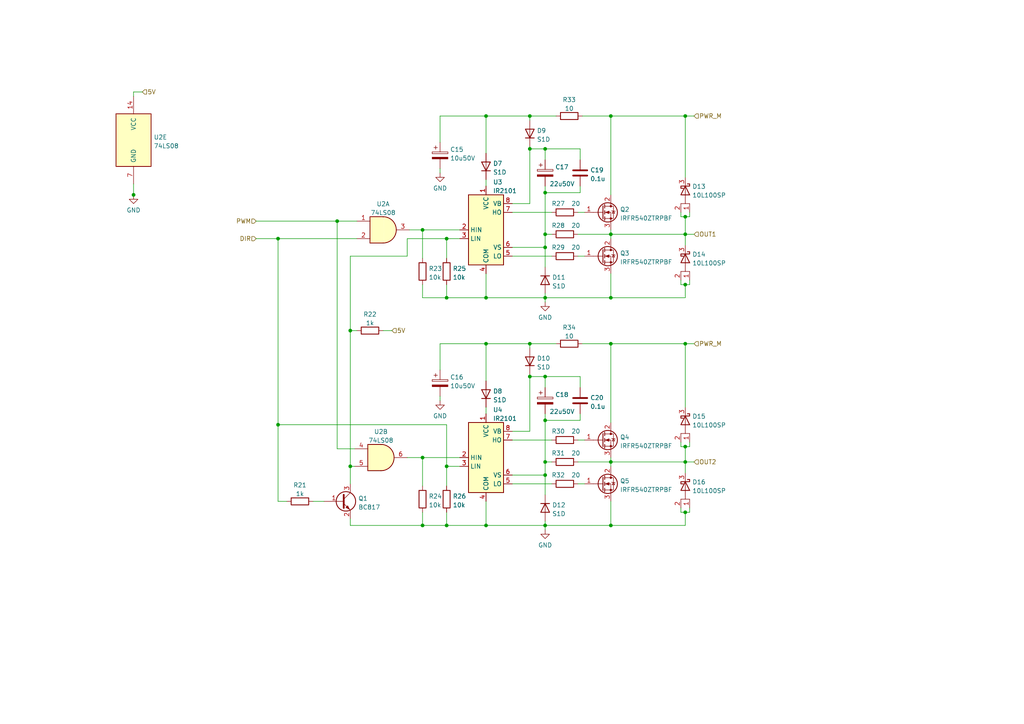
<source format=kicad_sch>
(kicad_sch (version 20211123) (generator eeschema)
  (paper "A4")
  (title_block (title "Контроллер моновпрыска VAG для SECU-3") (date "2023-09-25") (rev "0") (company "Совжесть"))
  (lib_symbols
    (symbol "10L100SP_1"
      (property "Reference" "D" (at -3.81 2.54 0))
      (property "Value" "10L100SP_1" (at -3.81 -3.81 0))
      (symbol "10L100SP_1_0_1"
        (polyline (pts (xy 1.27 0) (xy -1.27 0)))
        (polyline (pts (xy 1.27 0) (xy 3.81 0)) (stroke (width 0.1524)))
        (polyline (pts (xy 3.81 1.27) (xy 3.81 -1.27)) (stroke (width 0.1524)))
        (polyline (pts (xy 1.27 1.27) (xy 1.27 -1.27) (xy -1.27 0) (xy 1.27 1.27)) (stroke (width 0.254)))
        (polyline (pts (xy -1.905 0.635) (xy -1.905 1.27) (xy -1.27 1.27) (xy -1.27 -1.27) (xy -0.635 -1.27) (xy -0.635 -0.635)) (stroke (width 0.254)))
      )
      (symbol "10L100SP_1_1_1"
        (pin passive line (at 6.35 1.27 180) (length 2.54) (name "") (number "1"))
        (pin passive line (at 6.35 -1.27 180) (length 2.54) (name "") (number "2"))
        (pin passive line (at -3.81 0 0) (length 2.54) (name "") (number "3"))
      )
    )
    (symbol "10L100SP_3"
      (property "Reference" "D" (at -3.81 2.54 0))
      (property "Value" "10L100SP_3" (at -3.81 -3.81 0))
      (symbol "10L100SP_3_0_1"
        (polyline (pts (xy 1.27 0) (xy -1.27 0)))
        (polyline (pts (xy 1.27 0) (xy 3.81 0)) (stroke (width 0.1524)))
        (polyline (pts (xy 3.81 1.27) (xy 3.81 -1.27)) (stroke (width 0.1524)))
        (polyline (pts (xy 1.27 1.27) (xy 1.27 -1.27) (xy -1.27 0) (xy 1.27 1.27)) (stroke (width 0.254)))
        (polyline (pts (xy -1.905 0.635) (xy -1.905 1.27) (xy -1.27 1.27) (xy -1.27 -1.27) (xy -0.635 -1.27) (xy -0.635 -0.635)) (stroke (width 0.254)))
      )
      (symbol "10L100SP_3_1_1"
        (pin passive line (at 6.35 1.27 180) (length 2.54) (name "") (number "1"))
        (pin passive line (at 6.35 -1.27 180) (length 2.54) (name "") (number "2"))
        (pin passive line (at -3.81 0 0) (length 2.54) (name "") (number "3"))
      )
    )
    (symbol "74xx:74LS08" (pin_names (offset 1.016))
      (property "Reference" "U" (at 0 1.27 0))
      (property "Value" "74LS08" (at 0 -1.27 0))
      (symbol "74LS08_1_1"
        (arc (start 0 -3.81) (mid 3.81 0) (end 0 3.81) (stroke (width 0.254)) (fill (type background)))
        (polyline (pts (xy 0 3.81) (xy -3.81 3.81) (xy -3.81 -3.81) (xy 0 -3.81)) (stroke (width 0.254)) (fill (type background)))
        (pin input line (at -7.62 2.54 0) (length 3.81) (name "~") (number "1"))
        (pin input line (at -7.62 -2.54 0) (length 3.81) (name "~") (number "2"))
        (pin output line (at 7.62 0 180) (length 3.81) (name "~") (number "3"))
      )
      (symbol "74LS08_1_2"
        (arc (start -3.81 -3.81) (mid -2.589 0) (end -3.81 3.81) (stroke (width 0.254)))
        (arc (start -0.6096 -3.81) (mid 2.1855 -2.584) (end 3.81 0) (stroke (width 0.254)) (fill (type background)))
        (polyline (pts (xy -3.81 -3.81) (xy -0.635 -3.81)) (stroke (width 0.254)) (fill (type background)))
        (polyline (pts (xy -3.81 3.81) (xy -0.635 3.81)) (stroke (width 0.254)) (fill (type background)))
        (polyline (pts (xy -0.635 3.81) (xy -3.81 3.81) (xy -3.81 3.81) (xy -3.556 3.4036) (xy -3.0226 2.2606) (xy -2.6924 1.0414) (xy -2.6162 -0.254) (xy -2.7686 -1.4986) (xy -3.175 -2.7178) (xy -3.81 -3.81) (xy -3.81 -3.81) (xy -0.635 -3.81)) (stroke (width -25.4)) (fill (type background)))
        (arc (start 3.81 0) (mid 2.1928 2.5925) (end -0.6096 3.81) (stroke (width 0.254)) (fill (type background)))
        (pin input inverted (at -7.62 2.54 0) (length 4.318) (name "~") (number "1"))
        (pin input inverted (at -7.62 -2.54 0) (length 4.318) (name "~") (number "2"))
        (pin output inverted (at 7.62 0 180) (length 3.81) (name "~") (number "3"))
      )
      (symbol "74LS08_2_1"
        (arc (start 0 -3.81) (mid 3.81 0) (end 0 3.81) (stroke (width 0.254)) (fill (type background)))
        (polyline (pts (xy 0 3.81) (xy -3.81 3.81) (xy -3.81 -3.81) (xy 0 -3.81)) (stroke (width 0.254)) (fill (type background)))
        (pin input line (at -7.62 2.54 0) (length 3.81) (name "~") (number "4"))
        (pin input line (at -7.62 -2.54 0) (length 3.81) (name "~") (number "5"))
        (pin output line (at 7.62 0 180) (length 3.81) (name "~") (number "6"))
      )
      (symbol "74LS08_2_2"
        (arc (start -3.81 -3.81) (mid -2.589 0) (end -3.81 3.81) (stroke (width 0.254)))
        (arc (start -0.6096 -3.81) (mid 2.1855 -2.584) (end 3.81 0) (stroke (width 0.254)) (fill (type background)))
        (polyline (pts (xy -3.81 -3.81) (xy -0.635 -3.81)) (stroke (width 0.254)) (fill (type background)))
        (polyline (pts (xy -3.81 3.81) (xy -0.635 3.81)) (stroke (width 0.254)) (fill (type background)))
        (polyline (pts (xy -0.635 3.81) (xy -3.81 3.81) (xy -3.81 3.81) (xy -3.556 3.4036) (xy -3.0226 2.2606) (xy -2.6924 1.0414) (xy -2.6162 -0.254) (xy -2.7686 -1.4986) (xy -3.175 -2.7178) (xy -3.81 -3.81) (xy -3.81 -3.81) (xy -0.635 -3.81)) (stroke (width -25.4)) (fill (type background)))
        (arc (start 3.81 0) (mid 2.1928 2.5925) (end -0.6096 3.81) (stroke (width 0.254)) (fill (type background)))
        (pin input inverted (at -7.62 2.54 0) (length 4.318) (name "~") (number "4"))
        (pin input inverted (at -7.62 -2.54 0) (length 4.318) (name "~") (number "5"))
        (pin output inverted (at 7.62 0 180) (length 3.81) (name "~") (number "6"))
      )
      (symbol "74LS08_3_1"
        (arc (start 0 -3.81) (mid 3.81 0) (end 0 3.81) (stroke (width 0.254)) (fill (type background)))
        (polyline (pts (xy 0 3.81) (xy -3.81 3.81) (xy -3.81 -3.81) (xy 0 -3.81)) (stroke (width 0.254)) (fill (type background)))
        (pin input line (at -7.62 -2.54 0) (length 3.81) (name "~") (number "10"))
        (pin output line (at 7.62 0 180) (length 3.81) (name "~") (number "8"))
        (pin input line (at -7.62 2.54 0) (length 3.81) (name "~") (number "9"))
      )
      (symbol "74LS08_3_2"
        (arc (start -3.81 -3.81) (mid -2.589 0) (end -3.81 3.81) (stroke (width 0.254)))
        (arc (start -0.6096 -3.81) (mid 2.1855 -2.584) (end 3.81 0) (stroke (width 0.254)) (fill (type background)))
        (polyline (pts (xy -3.81 -3.81) (xy -0.635 -3.81)) (stroke (width 0.254)) (fill (type background)))
        (polyline (pts (xy -3.81 3.81) (xy -0.635 3.81)) (stroke (width 0.254)) (fill (type background)))
        (polyline (pts (xy -0.635 3.81) (xy -3.81 3.81) (xy -3.81 3.81) (xy -3.556 3.4036) (xy -3.0226 2.2606) (xy -2.6924 1.0414) (xy -2.6162 -0.254) (xy -2.7686 -1.4986) (xy -3.175 -2.7178) (xy -3.81 -3.81) (xy -3.81 -3.81) (xy -0.635 -3.81)) (stroke (width -25.4)) (fill (type background)))
        (arc (start 3.81 0) (mid 2.1928 2.5925) (end -0.6096 3.81) (stroke (width 0.254)) (fill (type background)))
        (pin input inverted (at -7.62 -2.54 0) (length 4.318) (name "~") (number "10"))
        (pin output inverted (at 7.62 0 180) (length 3.81) (name "~") (number "8"))
        (pin input inverted (at -7.62 2.54 0) (length 4.318) (name "~") (number "9"))
      )
      (symbol "74LS08_4_1"
        (arc (start 0 -3.81) (mid 3.81 0) (end 0 3.81) (stroke (width 0.254)) (fill (type background)))
        (polyline (pts (xy 0 3.81) (xy -3.81 3.81) (xy -3.81 -3.81) (xy 0 -3.81)) (stroke (width 0.254)) (fill (type background)))
        (pin output line (at 7.62 0 180) (length 3.81) (name "~") (number "11"))
        (pin input line (at -7.62 2.54 0) (length 3.81) (name "~") (number "12"))
        (pin input line (at -7.62 -2.54 0) (length 3.81) (name "~") (number "13"))
      )
      (symbol "74LS08_4_2"
        (arc (start -3.81 -3.81) (mid -2.589 0) (end -3.81 3.81) (stroke (width 0.254)))
        (arc (start -0.6096 -3.81) (mid 2.1855 -2.584) (end 3.81 0) (stroke (width 0.254)) (fill (type background)))
        (polyline (pts (xy -3.81 -3.81) (xy -0.635 -3.81)) (stroke (width 0.254)) (fill (type background)))
        (polyline (pts (xy -3.81 3.81) (xy -0.635 3.81)) (stroke (width 0.254)) (fill (type background)))
        (polyline (pts (xy -0.635 3.81) (xy -3.81 3.81) (xy -3.81 3.81) (xy -3.556 3.4036) (xy -3.0226 2.2606) (xy -2.6924 1.0414) (xy -2.6162 -0.254) (xy -2.7686 -1.4986) (xy -3.175 -2.7178) (xy -3.81 -3.81) (xy -3.81 -3.81) (xy -0.635 -3.81)) (stroke (width -25.4)) (fill (type background)))
        (arc (start 3.81 0) (mid 2.1928 2.5925) (end -0.6096 3.81) (stroke (width 0.254)) (fill (type background)))
        (pin output inverted (at 7.62 0 180) (length 3.81) (name "~") (number "11"))
        (pin input inverted (at -7.62 2.54 0) (length 4.318) (name "~") (number "12"))
        (pin input inverted (at -7.62 -2.54 0) (length 4.318) (name "~") (number "13"))
      )
      (symbol "74LS08_5_0"
        (pin power_in line (at 0 12.7 270) (length 5.08) (name "VCC") (number "14"))
        (pin power_in line (at 0 -12.7 90) (length 5.08) (name "GND") (number "7"))
      )
      (symbol "74LS08_5_1"
        (rectangle (start -5.08 7.62) (end 5.08 -7.62) (stroke (width 0.254)) (fill (type background)))
      )
    )
    (symbol "Device:C" (pin_numbers hide) (pin_names (offset 0.254))
      (property "Reference" "C" (at 0.635 2.54 0))
      (property "Value" "C" (at 0.635 -2.54 0))
      (symbol "C_0_1"
        (polyline (pts (xy -2.032 -0.762) (xy 2.032 -0.762)) (stroke (width 0.508)))
        (polyline (pts (xy -2.032 0.762) (xy 2.032 0.762)) (stroke (width 0.508)))
      )
      (symbol "C_1_1"
        (pin passive line (at 0 3.81 270) (length 2.794) (name "~") (number "1"))
        (pin passive line (at 0 -3.81 90) (length 2.794) (name "~") (number "2"))
      )
    )
    (symbol "Device:C_Polarized" (pin_numbers hide) (pin_names (offset 0.254))
      (property "Reference" "C" (at 0.635 2.54 0))
      (property "Value" "C_Polarized" (at 0.635 -2.54 0))
      (symbol "C_Polarized_0_1"
        (rectangle (start -2.286 0.508) (end 2.286 1.016))
        (polyline (pts (xy -1.778 2.286) (xy -0.762 2.286)))
        (polyline (pts (xy -1.27 2.794) (xy -1.27 1.778)))
        (rectangle (start 2.286 -0.508) (end -2.286 -1.016) (fill (type outline)))
      )
      (symbol "C_Polarized_1_1"
        (pin passive line (at 0 3.81 270) (length 2.794) (name "~") (number "1"))
        (pin passive line (at 0 -3.81 90) (length 2.794) (name "~") (number "2"))
      )
    )
    (symbol "Device:D" (pin_numbers hide) (pin_names (offset 1.016) hide)
      (property "Reference" "D" (at 0 2.54 0))
      (property "Value" "D" (at 0 -2.54 0))
      (symbol "D_0_1"
        (polyline (pts (xy -1.27 1.27) (xy -1.27 -1.27)) (stroke (width 0.254)))
        (polyline (pts (xy 1.27 0) (xy -1.27 0)))
        (polyline (pts (xy 1.27 1.27) (xy 1.27 -1.27) (xy -1.27 0) (xy 1.27 1.27)) (stroke (width 0.254)))
      )
      (symbol "D_1_1"
        (pin passive line (at -3.81 0 0) (length 2.54) (name "K") (number "1"))
        (pin passive line (at 3.81 0 180) (length 2.54) (name "A") (number "2"))
      )
    )
    (symbol "Device:Q_NMOS_GDS" (pin_names (offset 0) hide)
      (property "Reference" "Q" (at 5.08 1.27 0))
      (property "Value" "Q_NMOS_GDS" (at 5.08 -1.27 0))
      (symbol "Q_NMOS_GDS_0_1"
        (polyline (pts (xy 0.254 0) (xy -2.54 0)))
        (polyline (pts (xy 0.254 1.905) (xy 0.254 -1.905)) (stroke (width 0.254)))
        (polyline (pts (xy 0.762 -1.27) (xy 0.762 -2.286)) (stroke (width 0.254)))
        (polyline (pts (xy 0.762 0.508) (xy 0.762 -0.508)) (stroke (width 0.254)))
        (polyline (pts (xy 0.762 2.286) (xy 0.762 1.27)) (stroke (width 0.254)))
        (polyline (pts (xy 2.54 2.54) (xy 2.54 1.778)))
        (polyline (pts (xy 2.54 -2.54) (xy 2.54 0) (xy 0.762 0)))
        (polyline (pts (xy 0.762 -1.778) (xy 3.302 -1.778) (xy 3.302 1.778) (xy 0.762 1.778)))
        (polyline (pts (xy 1.016 0) (xy 2.032 0.381) (xy 2.032 -0.381) (xy 1.016 0)) (fill (type outline)))
        (polyline (pts (xy 2.794 0.508) (xy 2.921 0.381) (xy 3.683 0.381) (xy 3.81 0.254)))
        (polyline (pts (xy 3.302 0.381) (xy 2.921 -0.254) (xy 3.683 -0.254) (xy 3.302 0.381)))
        (circle (center 1.651 0) (radius 2.794) (stroke (width 0.254)))
        (circle (center 2.54 -1.778) (radius 0.254) (fill (type outline)))
        (circle (center 2.54 1.778) (radius 0.254) (fill (type outline)))
      )
      (symbol "Q_NMOS_GDS_1_1"
        (pin input line (at -5.08 0 0) (length 2.54) (name "G") (number "1"))
        (pin passive line (at 2.54 5.08 270) (length 2.54) (name "D") (number "2"))
        (pin passive line (at 2.54 -5.08 90) (length 2.54) (name "S") (number "3"))
      )
    )
    (symbol "Device:R" (pin_numbers hide) (pin_names (offset 0))
      (property "Reference" "R" (at 2.032 0 90))
      (property "Value" "R" (at 0 0 90))
      (symbol "R_0_1"
        (rectangle (start -1.016 -2.54) (end 1.016 2.54) (stroke (width 0.254)))
      )
      (symbol "R_1_1"
        (pin passive line (at 0 3.81 270) (length 1.27) (name "~") (number "1"))
        (pin passive line (at 0 -3.81 90) (length 1.27) (name "~") (number "2"))
      )
    )
    (symbol "Driver_FET:IR2101"
      (property "Reference" "U" (at 1.27 13.335 0))
      (property "Value" "IR2101" (at 1.27 11.43 0))
      (symbol "IR2101_0_1"
        (rectangle (start -5.08 -10.16) (end 5.08 10.16) (stroke (width 0.254)) (fill (type background)))
      )
      (symbol "IR2101_1_1"
        (pin power_in line (at 0 12.7 270) (length 2.54) (name "VCC") (number "1"))
        (pin input line (at -7.62 0 0) (length 2.54) (name "HIN") (number "2"))
        (pin input line (at -7.62 -2.54 0) (length 2.54) (name "LIN") (number "3"))
        (pin power_in line (at 0 -12.7 90) (length 2.54) (name "COM") (number "4"))
        (pin output line (at 7.62 -7.62 180) (length 2.54) (name "LO") (number "5"))
        (pin passive line (at 7.62 -5.08 180) (length 2.54) (name "VS") (number "6"))
        (pin output line (at 7.62 5.08 180) (length 2.54) (name "HO") (number "7"))
        (pin passive line (at 7.62 7.62 180) (length 2.54) (name "VB") (number "8"))
      )
    )
    (symbol "Library:10L100SP"
      (property "Reference" "D" (at -3.81 2.54 0))
      (property "Value" "10L100SP" (at -3.81 -3.81 0))
      (symbol "10L100SP_0_1"
        (polyline (pts (xy 1.27 0) (xy -1.27 0)))
        (polyline (pts (xy 1.27 0) (xy 3.81 0)) (stroke (width 0.1524)))
        (polyline (pts (xy 3.81 1.27) (xy 3.81 -1.27)) (stroke (width 0.1524)))
        (polyline (pts (xy 1.27 1.27) (xy 1.27 -1.27) (xy -1.27 0) (xy 1.27 1.27)) (stroke (width 0.254)))
        (polyline (pts (xy -1.905 0.635) (xy -1.905 1.27) (xy -1.27 1.27) (xy -1.27 -1.27) (xy -0.635 -1.27) (xy -0.635 -0.635)) (stroke (width 0.254)))
      )
      (symbol "10L100SP_1_1"
        (pin passive line (at 6.35 1.27 180) (length 2.54) (name "") (number "1"))
        (pin passive line (at 6.35 -1.27 180) (length 2.54) (name "") (number "2"))
        (pin passive line (at -3.81 0 0) (length 2.54) (name "") (number "3"))
      )
    )
    (symbol "Transistor_BJT:BC817" (pin_names (offset 0) hide)
      (property "Reference" "Q" (at 5.08 1.905 0))
      (property "Value" "BC817" (at 5.08 0 0))
      (symbol "BC817_0_1"
        (polyline (pts (xy 0.635 0.635) (xy 2.54 2.54)))
        (polyline (pts (xy 0.635 -0.635) (xy 2.54 -2.54) (xy 2.54 -2.54)))
        (polyline (pts (xy 0.635 1.905) (xy 0.635 -1.905) (xy 0.635 -1.905)) (stroke (width 0.508)))
        (polyline (pts (xy 1.27 -1.778) (xy 1.778 -1.27) (xy 2.286 -2.286) (xy 1.27 -1.778) (xy 1.27 -1.778)) (fill (type outline)))
        (circle (center 1.27 0) (radius 2.8194) (stroke (width 0.254)))
      )
      (symbol "BC817_1_1"
        (pin input line (at -5.08 0 0) (length 5.715) (name "B") (number "1"))
        (pin passive line (at 2.54 -5.08 90) (length 2.54) (name "E") (number "2"))
        (pin passive line (at 2.54 5.08 270) (length 2.54) (name "C") (number "3"))
      )
    )
    (symbol "power:GND" (power) (pin_names (offset 0))
      (property "Value" "GND" (at 0 -3.81 0))
      (symbol "GND_0_1"
        (polyline (pts (xy 0 0) (xy 0 -1.27) (xy 1.27 -1.27) (xy 0 -2.54) (xy -1.27 -1.27) (xy 0 -1.27)))
      )
      (symbol "GND_1_1"
        (pin power_in line (at 0 0 270) (length 0) hide (name "GND") (number "1"))
      )
    )
  )
  (junction (at 198.755 67.945))
  (junction (at 122.555 66.675))
  (junction (at 198.755 62.865))
  (junction (at 158.115 86.36))
  (junction (at 101.6 95.885))
  (junction (at 153.67 109.22))
  (junction (at 158.115 67.945))
  (junction (at 153.67 99.695))
  (junction (at 177.165 152.4))
  (junction (at 140.97 152.4))
  (junction (at 140.97 86.36))
  (junction (at 158.115 133.985))
  (junction (at 140.97 99.695))
  (junction (at 80.645 123.19))
  (junction (at 177.165 67.945))
  (junction (at 158.115 109.22))
  (junction (at 158.115 55.88))
  (junction (at 80.645 69.215))
  (junction (at 198.755 129.54))
  (junction (at 153.67 33.655))
  (junction (at 198.755 148.59))
  (junction (at 97.79 64.135))
  (junction (at 177.165 99.695))
  (junction (at 101.6 135.255))
  (junction (at 38.735 56.515))
  (junction (at 198.755 82.55))
  (junction (at 129.54 152.4))
  (junction (at 198.755 99.695))
  (junction (at 158.115 71.755))
  (junction (at 158.115 152.4))
  (junction (at 129.54 86.36))
  (junction (at 129.54 69.215))
  (junction (at 122.555 132.715))
  (junction (at 158.115 137.795))
  (junction (at 129.54 135.255))
  (junction (at 140.97 33.655))
  (junction (at 122.555 152.4))
  (junction (at 153.67 43.18))
  (junction (at 198.755 133.985))
  (junction (at 177.165 133.985))
  (junction (at 177.165 86.36))
  (junction (at 177.165 33.655))
  (junction (at 198.755 33.655))
  (junction (at 158.115 43.18))
  (junction (at 158.115 121.92))
  (wire (pts (xy 148.59 61.595) (xy 160.02 61.595)))
  (wire (pts (xy 80.645 123.19) (xy 80.645 69.215)))
  (wire (pts (xy 111.125 95.885) (xy 113.665 95.885)))
  (wire (pts (xy 127.635 48.895) (xy 127.635 50.165)))
  (wire (pts (xy 97.79 130.175) (xy 102.87 130.175)))
  (wire (pts (xy 198.755 82.55) (xy 198.755 86.36)))
  (wire (pts (xy 197.485 128.27) (xy 197.485 129.54)))
  (wire (pts (xy 83.185 145.415) (xy 80.645 145.415)))
  (wire (pts (xy 80.645 69.215) (xy 103.505 69.215)))
  (wire (pts (xy 153.67 99.695) (xy 161.29 99.695)))
  (wire (pts (xy 168.275 120.015) (xy 168.275 121.92)))
  (wire (pts (xy 158.115 67.945) (xy 160.02 67.945)))
  (wire (pts (xy 198.755 99.695) (xy 201.295 99.695)))
  (wire (pts (xy 177.165 67.945) (xy 177.165 69.215)))
  (wire (pts (xy 122.555 148.59) (xy 122.555 152.4)))
  (wire (pts (xy 148.59 127.635) (xy 160.02 127.635)))
  (wire (pts (xy 129.54 82.55) (xy 129.54 86.36)))
  (wire (pts (xy 133.35 66.675) (xy 122.555 66.675)))
  (wire (pts (xy 101.6 74.295) (xy 118.11 74.295)))
  (wire (pts (xy 148.59 59.055) (xy 153.67 59.055)))
  (wire (pts (xy 198.755 67.945) (xy 198.755 71.12)))
  (wire (pts (xy 140.97 44.45) (xy 140.97 33.655)))
  (wire (pts (xy 118.745 66.675) (xy 122.555 66.675)))
  (wire (pts (xy 158.115 71.755) (xy 158.115 77.47)))
  (wire (pts (xy 153.67 42.545) (xy 153.67 43.18)))
  (wire (pts (xy 140.97 86.36) (xy 158.115 86.36)))
  (wire (pts (xy 122.555 66.675) (xy 122.555 74.93)))
  (wire (pts (xy 148.59 125.095) (xy 153.67 125.095)))
  (wire (pts (xy 80.645 145.415) (xy 80.645 123.19)))
  (wire (pts (xy 97.79 64.135) (xy 97.79 130.175)))
  (wire (pts (xy 177.165 133.985) (xy 198.755 133.985)))
  (wire (pts (xy 101.6 152.4) (xy 122.555 152.4)))
  (wire (pts (xy 177.165 33.655) (xy 177.165 56.515)))
  (wire (pts (xy 167.64 74.295) (xy 169.545 74.295)))
  (wire (pts (xy 101.6 135.255) (xy 102.87 135.255)))
  (wire (pts (xy 153.67 108.585) (xy 153.67 109.22)))
  (wire (pts (xy 122.555 132.715) (xy 122.555 140.97)))
  (wire (pts (xy 129.54 86.36) (xy 140.97 86.36)))
  (wire (pts (xy 148.59 140.335) (xy 160.02 140.335)))
  (wire (pts (xy 153.67 99.695) (xy 153.67 100.965)))
  (wire (pts (xy 140.97 99.695) (xy 127.635 99.695)))
  (wire (pts (xy 198.755 148.59) (xy 198.755 152.4)))
  (wire (pts (xy 177.165 86.36) (xy 158.115 86.36)))
  (wire (pts (xy 90.805 145.415) (xy 93.98 145.415)))
  (wire (pts (xy 168.275 53.975) (xy 168.275 55.88)))
  (wire (pts (xy 198.755 62.865) (xy 198.755 67.945)))
  (wire (pts (xy 118.11 74.295) (xy 118.11 69.215)))
  (wire (pts (xy 177.165 133.985) (xy 177.165 135.255)))
  (wire (pts (xy 148.59 74.295) (xy 160.02 74.295)))
  (wire (pts (xy 153.67 33.655) (xy 161.29 33.655)))
  (wire (pts (xy 197.485 129.54) (xy 198.755 129.54)))
  (wire (pts (xy 198.755 133.985) (xy 201.295 133.985)))
  (wire (pts (xy 167.64 140.335) (xy 169.545 140.335)))
  (wire (pts (xy 140.97 145.415) (xy 140.97 152.4)))
  (wire (pts (xy 101.6 95.885) (xy 103.505 95.885)))
  (wire (pts (xy 158.115 43.18) (xy 168.275 43.18)))
  (wire (pts (xy 129.54 135.255) (xy 129.54 123.19)))
  (wire (pts (xy 74.295 64.135) (xy 97.79 64.135)))
  (wire (pts (xy 158.115 137.795) (xy 158.115 143.51)))
  (wire (pts (xy 158.115 133.985) (xy 158.115 137.795)))
  (wire (pts (xy 177.165 99.695) (xy 177.165 122.555)))
  (wire (pts (xy 101.6 140.335) (xy 101.6 135.255)))
  (wire (pts (xy 140.97 99.695) (xy 153.67 99.695)))
  (wire (pts (xy 198.755 129.54) (xy 200.025 129.54)))
  (wire (pts (xy 129.54 152.4) (xy 140.97 152.4)))
  (wire (pts (xy 118.11 69.215) (xy 129.54 69.215)))
  (wire (pts (xy 177.165 66.675) (xy 177.165 67.945)))
  (wire (pts (xy 197.485 81.28) (xy 197.485 82.55)))
  (wire (pts (xy 198.755 33.655) (xy 177.165 33.655)))
  (wire (pts (xy 167.64 67.945) (xy 177.165 67.945)))
  (wire (pts (xy 198.755 133.985) (xy 198.755 137.16)))
  (wire (pts (xy 38.735 26.67) (xy 38.735 27.94)))
  (wire (pts (xy 197.485 148.59) (xy 198.755 148.59)))
  (wire (pts (xy 129.54 148.59) (xy 129.54 152.4)))
  (wire (pts (xy 168.275 121.92) (xy 158.115 121.92)))
  (wire (pts (xy 158.115 55.88) (xy 158.115 67.945)))
  (wire (pts (xy 140.97 79.375) (xy 140.97 86.36)))
  (wire (pts (xy 38.735 53.34) (xy 38.735 56.515)))
  (wire (pts (xy 118.11 132.715) (xy 122.555 132.715)))
  (wire (pts (xy 129.54 123.19) (xy 80.645 123.19)))
  (wire (pts (xy 198.755 33.655) (xy 201.295 33.655)))
  (wire (pts (xy 200.025 62.865) (xy 200.025 61.595)))
  (wire (pts (xy 103.505 64.135) (xy 97.79 64.135)))
  (wire (pts (xy 167.64 133.985) (xy 177.165 133.985)))
  (wire (pts (xy 197.485 82.55) (xy 198.755 82.55)))
  (wire (pts (xy 198.755 129.54) (xy 198.755 133.985)))
  (wire (pts (xy 153.67 125.095) (xy 153.67 109.22)))
  (wire (pts (xy 197.485 62.865) (xy 197.485 61.595)))
  (wire (pts (xy 127.635 33.655) (xy 127.635 41.275)))
  (wire (pts (xy 127.635 114.935) (xy 127.635 116.205)))
  (wire (pts (xy 158.115 151.13) (xy 158.115 152.4)))
  (wire (pts (xy 129.54 69.215) (xy 133.35 69.215)))
  (wire (pts (xy 101.6 95.885) (xy 101.6 74.295)))
  (wire (pts (xy 122.555 152.4) (xy 129.54 152.4)))
  (wire (pts (xy 168.91 33.655) (xy 177.165 33.655)))
  (wire (pts (xy 177.165 132.715) (xy 177.165 133.985)))
  (wire (pts (xy 198.755 86.36) (xy 177.165 86.36)))
  (wire (pts (xy 198.755 62.865) (xy 197.485 62.865)))
  (wire (pts (xy 74.295 69.215) (xy 80.645 69.215)))
  (wire (pts (xy 140.97 52.07) (xy 140.97 53.975)))
  (wire (pts (xy 158.115 152.4) (xy 158.115 153.67)))
  (wire (pts (xy 198.755 82.55) (xy 200.025 82.55)))
  (wire (pts (xy 101.6 150.495) (xy 101.6 152.4)))
  (wire (pts (xy 200.025 129.54) (xy 200.025 128.27)))
  (wire (pts (xy 41.275 26.67) (xy 38.735 26.67)))
  (wire (pts (xy 198.755 99.695) (xy 177.165 99.695)))
  (wire (pts (xy 198.755 51.435) (xy 198.755 33.655)))
  (wire (pts (xy 153.67 59.055) (xy 153.67 43.18)))
  (wire (pts (xy 158.115 43.18) (xy 158.115 46.355)))
  (wire (pts (xy 158.115 133.985) (xy 160.02 133.985)))
  (wire (pts (xy 198.755 62.865) (xy 200.025 62.865)))
  (wire (pts (xy 177.165 79.375) (xy 177.165 86.36)))
  (wire (pts (xy 158.115 121.92) (xy 158.115 133.985)))
  (wire (pts (xy 158.115 67.945) (xy 158.115 71.755)))
  (wire (pts (xy 38.735 56.515) (xy 38.735 57.15)))
  (wire (pts (xy 140.97 33.655) (xy 127.635 33.655)))
  (wire (pts (xy 122.555 82.55) (xy 122.555 86.36)))
  (wire (pts (xy 168.91 99.695) (xy 177.165 99.695)))
  (wire (pts (xy 198.755 118.11) (xy 198.755 99.695)))
  (wire (pts (xy 198.755 152.4) (xy 177.165 152.4)))
  (wire (pts (xy 158.115 109.22) (xy 168.275 109.22)))
  (wire (pts (xy 140.97 110.49) (xy 140.97 99.695)))
  (wire (pts (xy 140.97 33.655) (xy 153.67 33.655)))
  (wire (pts (xy 133.35 132.715) (xy 122.555 132.715)))
  (wire (pts (xy 168.275 55.88) (xy 158.115 55.88)))
  (wire (pts (xy 153.67 43.18) (xy 158.115 43.18)))
  (wire (pts (xy 158.115 55.88) (xy 158.115 53.975)))
  (wire (pts (xy 200.025 82.55) (xy 200.025 81.28)))
  (wire (pts (xy 158.115 109.22) (xy 158.115 112.395)))
  (wire (pts (xy 148.59 137.795) (xy 158.115 137.795)))
  (wire (pts (xy 168.275 109.22) (xy 168.275 112.395)))
  (wire (pts (xy 168.275 43.18) (xy 168.275 46.355)))
  (wire (pts (xy 198.755 148.59) (xy 200.025 148.59)))
  (wire (pts (xy 129.54 140.97) (xy 129.54 135.255)))
  (wire (pts (xy 153.67 109.22) (xy 158.115 109.22)))
  (wire (pts (xy 122.555 86.36) (xy 129.54 86.36)))
  (wire (pts (xy 153.67 33.655) (xy 153.67 34.925)))
  (wire (pts (xy 197.485 147.32) (xy 197.485 148.59)))
  (wire (pts (xy 140.97 118.11) (xy 140.97 120.015)))
  (wire (pts (xy 177.165 145.415) (xy 177.165 152.4)))
  (wire (pts (xy 140.97 152.4) (xy 158.115 152.4)))
  (wire (pts (xy 158.115 85.09) (xy 158.115 86.36)))
  (wire (pts (xy 177.165 152.4) (xy 158.115 152.4)))
  (wire (pts (xy 177.165 67.945) (xy 198.755 67.945)))
  (wire (pts (xy 200.025 148.59) (xy 200.025 147.32)))
  (wire (pts (xy 167.64 127.635) (xy 169.545 127.635)))
  (wire (pts (xy 148.59 71.755) (xy 158.115 71.755)))
  (wire (pts (xy 158.115 86.36) (xy 158.115 87.63)))
  (wire (pts (xy 101.6 135.255) (xy 101.6 95.885)))
  (wire (pts (xy 129.54 135.255) (xy 133.35 135.255)))
  (wire (pts (xy 129.54 74.93) (xy 129.54 69.215)))
  (wire (pts (xy 198.755 67.945) (xy 201.295 67.945)))
  (wire (pts (xy 127.635 99.695) (xy 127.635 107.315)))
  (wire (pts (xy 167.64 61.595) (xy 169.545 61.595)))
  (wire (pts (xy 158.115 121.92) (xy 158.115 120.015)))
  (hierarchical_label "OUT1" (shape input) (at 201.295 67.945 0))
  (hierarchical_label "5V" (shape input) (at 113.665 95.885 0))
  (hierarchical_label "PWR_M" (shape input) (at 201.295 99.695 0))
  (hierarchical_label "PWM" (shape input) (at 74.295 64.135 180))
  (hierarchical_label "OUT2" (shape input) (at 201.295 133.985 0))
  (hierarchical_label "DIR" (shape input) (at 74.295 69.215 180))
  (hierarchical_label "5V" (shape input) (at 41.275 26.67 0))
  (hierarchical_label "PWR_M" (shape input) (at 201.295 33.655 0))
  (symbol (lib_id "power:GND") (at 127.635 50.165 0) (unit 1)
    (property "Reference" "#PWR016" (effects hide))
    (property "Value" "GND" (at 127.635 54.6084 0))
  )
  (symbol (lib_id "power:GND") (at 127.635 116.205 0) (unit 1)
    (property "Reference" "#PWR017" (effects hide))
    (property "Value" "GND" (at 127.635 120.6484 0))
  )
  (symbol (lib_id "Device:D") (at 140.97 114.3 90) (unit 1)
    (property "Reference" "D8" (at 143.002 113.4653 90) (effects (justify right)))
    (property "Value" "S1D" (at 143.002 116.0022 90) (effects (justify right)))
    (property "Footprint" "Diode_SMD:D_SMA" (effects hide))
  )
  (symbol (lib_id "Device:R") (at 163.83 127.635 90) (unit 1)
    (property "Reference" "R30" (at 161.925 125.095 90))
    (property "Value" "20" (at 167.005 125.095 90))
    (property "Footprint" "Resistor_SMD:R_1206_3216Metric" (effects hide))
  )
  (symbol (lib_id "Device:D") (at 153.67 38.735 90) (unit 1)
    (property "Reference" "D9" (at 155.702 37.9003 90) (effects (justify right)))
    (property "Value" "S1D" (at 155.702 40.4372 90) (effects (justify right)))
    (property "Footprint" "Diode_SMD:D_SMA" (effects hide))
  )
  (symbol (lib_id "Device:Q_NMOS_GDS") (at 174.625 61.595 0) (unit 1)
    (property "Reference" "Q2" (at 179.832 60.7603 0) (effects (justify left)))
    (property "Value" "IRFR540ZTRPBF" (at 179.832 63.2972 0) (effects (justify left)))
    (property "Footprint" "Package_TO_SOT_SMD:TO-252-3_TabPin2" (effects hide))
  )
  (symbol (lib_id "Device:R") (at 165.1 33.655 90) (unit 1)
    (property "Reference" "R33" (at 165.1 28.9392 90))
    (property "Value" "10" (at 165.1 31.4761 90))
    (property "Footprint" "Resistor_SMD:R_1206_3216Metric" (effects hide))
  )
  (symbol (lib_id "power:GND") (at 158.115 87.63 0) (unit 1)
    (property "Reference" "#PWR018" (effects hide))
    (property "Value" "GND" (at 158.115 92.0734 0))
  )
  (symbol (lib_id "Device:D") (at 158.115 81.28 90) (mirror x) (unit 1)
    (property "Reference" "D11" (at 160.147 80.4453 90) (effects (justify right)))
    (property "Value" "S1D" (at 160.147 82.9822 90) (effects (justify right)))
    (property "Footprint" "Diode_SMD:D_SMA" (effects hide))
  )
  (symbol (lib_id "Library:10L100SP") (at 198.755 74.93 270) (unit 1)
    (property "Reference" "D14" (at 200.787 73.7778 90) (effects (justify left)))
    (property "Value" "10L100SP" (at 200.787 76.3147 90) (effects (justify left)))
    (property "Footprint" "Package_TO_SOT_SMD:TO-277B" (effects hide))
  )
  (symbol (lib_id "Device:R") (at 163.83 61.595 90) (unit 1)
    (property "Reference" "R27" (at 161.925 59.055 90))
    (property "Value" "20" (at 167.005 59.055 90))
    (property "Footprint" "Resistor_SMD:R_1206_3216Metric" (effects hide))
  )
  (symbol (lib_name "10L100SP_3") (lib_id "Library:10L100SP") (at 198.755 121.92 270) (unit 1)
    (property "Reference" "D15" (at 200.787 120.7678 90) (effects (justify left)))
    (property "Value" "10L100SP" (at 200.787 123.3047 90) (effects (justify left)))
    (property "Footprint" "Package_TO_SOT_SMD:TO-277B" (effects hide))
  )
  (symbol (lib_name "10L100SP_1") (lib_id "Library:10L100SP") (at 198.755 55.245 270) (unit 1)
    (property "Reference" "D13" (at 200.787 54.0928 90) (effects (justify left)))
    (property "Value" "10L100SP" (at 200.787 56.6297 90) (effects (justify left)))
    (property "Footprint" "Package_TO_SOT_SMD:TO-277B" (effects hide))
  )
  (symbol (lib_id "Device:R") (at 163.83 133.985 90) (unit 1)
    (property "Reference" "R31" (at 161.925 131.445 90))
    (property "Value" "20" (at 167.005 131.445 90))
    (property "Footprint" "Resistor_SMD:R_1206_3216Metric" (effects hide))
  )
  (symbol (lib_id "Device:Q_NMOS_GDS") (at 174.625 140.335 0) (unit 1)
    (property "Reference" "Q5" (at 179.832 139.5003 0) (effects (justify left)))
    (property "Value" "IRFR540ZTRPBF" (at 179.832 142.0372 0) (effects (justify left)))
    (property "Footprint" "Package_TO_SOT_SMD:TO-252-3_TabPin2" (effects hide))
  )
  (symbol (lib_id "74xx:74LS08") (at 111.125 66.675 0) (unit 1)
    (property "Reference" "U2" (at 111.125 59.1652 0))
    (property "Value" "74LS08" (at 111.125 61.7021 0))
    (property "Footprint" "Package_SO:SOIC-14_3.9x8.7mm_P1.27mm" (effects hide))
    (property "Datasheet" "http://www.ti.com/lit/gpn/sn74LS08" (effects hide))
  )
  (symbol (lib_id "Device:C") (at 168.275 116.205 0) (unit 1)
    (property "Reference" "C20" (at 171.196 115.3703 0) (effects (justify left)))
    (property "Value" "0.1u" (at 171.196 117.9072 0) (effects (justify left)))
    (property "Footprint" "Capacitor_SMD:C_1206_3216Metric" (effects hide))
  )
  (symbol (lib_id "Device:R") (at 163.83 67.945 90) (unit 1)
    (property "Reference" "R28" (at 161.925 65.405 90))
    (property "Value" "20" (at 167.005 65.405 90))
    (property "Footprint" "Resistor_SMD:R_1206_3216Metric" (effects hide))
  )
  (symbol (lib_id "Device:R") (at 86.995 145.415 90) (unit 1)
    (property "Reference" "R21" (at 86.995 140.6992 90))
    (property "Value" "1k" (at 86.995 143.2361 90))
    (property "Footprint" "Resistor_SMD:R_1206_3216Metric" (effects hide))
  )
  (symbol (lib_id "Device:C_Polarized") (at 127.635 111.125 0) (unit 1)
    (property "Reference" "C16" (at 130.556 109.4013 0) (effects (justify left)))
    (property "Value" "10u50V" (at 130.556 111.9382 0) (effects (justify left)))
    (property "Footprint" "Capacitor_SMD:CP_Elec_6.3x5.4" (effects hide))
  )
  (symbol (lib_id "Device:R") (at 165.1 99.695 90) (unit 1)
    (property "Reference" "R34" (at 165.1 94.9792 90))
    (property "Value" "10" (at 165.1 97.5161 90))
    (property "Footprint" "Resistor_SMD:R_1206_3216Metric" (effects hide))
  )
  (symbol (lib_id "Device:R") (at 163.83 140.335 90) (unit 1)
    (property "Reference" "R32" (at 161.925 137.795 90))
    (property "Value" "20" (at 167.005 137.795 90))
    (property "Footprint" "Resistor_SMD:R_1206_3216Metric" (effects hide))
  )
  (symbol (lib_id "Device:R") (at 122.555 78.74 0) (unit 1)
    (property "Reference" "R23" (at 124.333 77.9053 0) (effects (justify left)))
    (property "Value" "10k" (at 124.333 80.4422 0) (effects (justify left)))
    (property "Footprint" "Resistor_SMD:R_1206_3216Metric" (effects hide))
  )
  (symbol (lib_id "Transistor_BJT:BC817") (at 99.06 145.415 0) (unit 1)
    (property "Reference" "Q1" (at 103.9114 144.5803 0) (effects (justify left)))
    (property "Value" "BC817" (at 103.9114 147.1172 0) (effects (justify left)))
    (property "Footprint" "Package_TO_SOT_SMD:SOT-23" (effects hide))
    (property "Datasheet" "https://www.onsemi.com/pub/Collateral/BC818-D.pdf" (effects hide))
  )
  (symbol (lib_id "Library:10L100SP") (at 198.755 140.97 270) (unit 1)
    (property "Reference" "D16" (at 200.787 139.8178 90) (effects (justify left)))
    (property "Value" "10L100SP" (at 200.787 142.3547 90) (effects (justify left)))
    (property "Footprint" "Package_TO_SOT_SMD:TO-277B" (effects hide))
  )
  (symbol (lib_id "Device:R") (at 107.315 95.885 90) (unit 1)
    (property "Reference" "R22" (at 107.315 91.1692 90))
    (property "Value" "1k" (at 107.315 93.7061 90))
    (property "Footprint" "Resistor_SMD:R_1206_3216Metric" (effects hide))
  )
  (symbol (lib_id "Device:D") (at 158.115 147.32 270) (unit 1)
    (property "Reference" "D12" (at 160.147 146.4853 90) (effects (justify left)))
    (property "Value" "S1D" (at 160.147 149.0222 90) (effects (justify left)))
    (property "Footprint" "Diode_SMD:D_SMA" (effects hide))
  )
  (symbol (lib_id "Device:R") (at 122.555 144.78 0) (unit 1)
    (property "Reference" "R24" (at 124.333 143.9453 0) (effects (justify left)))
    (property "Value" "10k" (at 124.333 146.4822 0) (effects (justify left)))
    (property "Footprint" "Resistor_SMD:R_1206_3216Metric" (effects hide))
  )
  (symbol (lib_id "Device:Q_NMOS_GDS") (at 174.625 127.635 0) (unit 1)
    (property "Reference" "Q4" (at 179.832 126.8003 0) (effects (justify left)))
    (property "Value" "IRFR540ZTRPBF" (at 179.832 129.3372 0) (effects (justify left)))
    (property "Footprint" "Package_TO_SOT_SMD:TO-252-3_TabPin2" (effects hide))
  )
  (symbol (lib_id "Device:R") (at 129.54 144.78 0) (unit 1)
    (property "Reference" "R26" (at 131.318 143.9453 0) (effects (justify left)))
    (property "Value" "10k" (at 131.318 146.4822 0) (effects (justify left)))
    (property "Footprint" "Resistor_SMD:R_1206_3216Metric" (effects hide))
  )
  (symbol (lib_id "Device:R") (at 129.54 78.74 0) (unit 1)
    (property "Reference" "R25" (at 131.318 77.9053 0) (effects (justify left)))
    (property "Value" "10k" (at 131.318 80.4422 0) (effects (justify left)))
    (property "Footprint" "Resistor_SMD:R_1206_3216Metric" (effects hide))
  )
  (symbol (lib_id "power:GND") (at 38.735 56.515 0) (unit 1)
    (property "Reference" "#PWR015" (effects hide))
    (property "Value" "GND" (at 38.735 60.9584 0))
  )
  (symbol (lib_id "Device:D") (at 153.67 104.775 90) (unit 1)
    (property "Reference" "D10" (at 155.702 103.9403 90) (effects (justify right)))
    (property "Value" "S1D" (at 155.702 106.4772 90) (effects (justify right)))
    (property "Footprint" "Diode_SMD:D_SMA" (effects hide))
  )
  (symbol (lib_id "Device:C") (at 168.275 50.165 0) (unit 1)
    (property "Reference" "C19" (at 171.196 49.3303 0) (effects (justify left)))
    (property "Value" "0.1u" (at 171.196 51.8672 0) (effects (justify left)))
    (property "Footprint" "Capacitor_SMD:C_1206_3216Metric" (effects hide))
  )
  (symbol (lib_id "Device:R") (at 163.83 74.295 90) (unit 1)
    (property "Reference" "R29" (at 161.925 71.755 90))
    (property "Value" "20" (at 167.005 71.755 90))
    (property "Footprint" "Resistor_SMD:R_1206_3216Metric" (effects hide))
  )
  (symbol (lib_id "power:GND") (at 158.115 153.67 0) (unit 1)
    (property "Reference" "#PWR019" (effects hide))
    (property "Value" "GND" (at 158.115 158.1134 0))
  )
  (symbol (lib_id "Device:C_Polarized") (at 127.635 45.085 0) (unit 1)
    (property "Reference" "C15" (at 130.556 43.3613 0) (effects (justify left)))
    (property "Value" "10u50V" (at 130.556 45.8982 0) (effects (justify left)))
    (property "Footprint" "Capacitor_SMD:CP_Elec_6.3x5.4" (effects hide))
  )
  (symbol (lib_id "Driver_FET:IR2101") (at 140.97 132.715 0) (unit 1)
    (property "Reference" "U4" (at 142.9894 118.8552 0) (effects (justify left)))
    (property "Value" "IR2101" (at 142.9894 121.3921 0) (effects (justify left)))
    (property "Footprint" "Package_SO:SOIC-8_3.9x4.9mm_P1.27mm" (effects hide))
    (property "Datasheet" "https://www.infineon.com/dgdl/ir2101.pdf?fileId=5546d462533600a4015355c7a755166c" (effects hide))
  )
  (symbol (lib_id "Driver_FET:IR2101") (at 140.97 66.675 0) (unit 1)
    (property "Reference" "U3" (at 142.9894 52.8152 0) (effects (justify left)))
    (property "Value" "IR2101" (at 142.9894 55.3521 0) (effects (justify left)))
    (property "Footprint" "Package_SO:SOIC-8_3.9x4.9mm_P1.27mm" (effects hide))
    (property "Datasheet" "https://www.infineon.com/dgdl/ir2101.pdf?fileId=5546d462533600a4015355c7a755166c" (effects hide))
  )
  (symbol (lib_id "Device:Q_NMOS_GDS") (at 174.625 74.295 0) (unit 1)
    (property "Reference" "Q3" (at 179.832 73.4603 0) (effects (justify left)))
    (property "Value" "IRFR540ZTRPBF" (at 179.832 75.9972 0) (effects (justify left)))
    (property "Footprint" "Package_TO_SOT_SMD:TO-252-3_TabPin2" (effects hide))
  )
  (symbol (lib_id "Device:C_Polarized") (at 158.115 116.205 0) (unit 1)
    (property "Reference" "C18" (at 161.036 114.4813 0) (effects (justify left)))
    (property "Value" "22u50V" (at 159.385 119.38 0) (effects (justify left)))
    (property "Footprint" "Capacitor_SMD:CP_Elec_6.3x5.4" (effects hide))
  )
  (symbol (lib_id "Device:D") (at 140.97 48.26 90) (unit 1)
    (property "Reference" "D7" (at 143.002 47.4253 90) (effects (justify right)))
    (property "Value" "S1D" (at 143.002 49.9622 90) (effects (justify right)))
    (property "Footprint" "Diode_SMD:D_SMA" (effects hide))
  )
  (symbol (lib_id "74xx:74LS08") (at 38.735 40.64 0) (unit 5)
    (property "Reference" "U2" (at 44.577 39.8053 0) (effects (justify left)))
    (property "Value" "74LS08" (at 44.577 42.3422 0) (effects (justify left)))
    (property "Footprint" "Package_SO:SOIC-14_3.9x8.7mm_P1.27mm" (effects hide))
    (property "Datasheet" "http://www.ti.com/lit/gpn/sn74LS08" (effects hide))
  )
  (symbol (lib_id "74xx:74LS08") (at 110.49 132.715 0) (unit 2)
    (property "Reference" "U2" (at 110.49 125.2052 0))
    (property "Value" "74LS08" (at 110.49 127.7421 0))
    (property "Footprint" "Package_SO:SOIC-14_3.9x8.7mm_P1.27mm" (effects hide))
    (property "Datasheet" "http://www.ti.com/lit/gpn/sn74LS08" (effects hide))
  )
  (symbol (lib_id "Device:C_Polarized") (at 158.115 50.165 0) (unit 1)
    (property "Reference" "C17" (at 161.036 48.4413 0) (effects (justify left)))
    (property "Value" "22u50V" (at 159.385 53.34 0) (effects (justify left)))
    (property "Footprint" "Capacitor_SMD:CP_Elec_6.3x5.4" (effects hide))
  )
)
</source>
